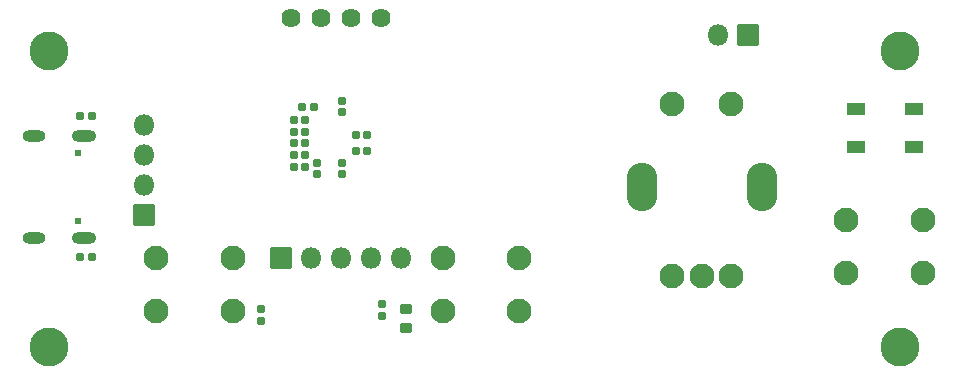
<source format=gts>
G04 #@! TF.GenerationSoftware,KiCad,Pcbnew,7.0.1-0*
G04 #@! TF.CreationDate,2023-04-02T15:36:46-05:00*
G04 #@! TF.ProjectId,V0_Display,56305f44-6973-4706-9c61-792e6b696361,rev?*
G04 #@! TF.SameCoordinates,Original*
G04 #@! TF.FileFunction,Soldermask,Top*
G04 #@! TF.FilePolarity,Negative*
%FSLAX46Y46*%
G04 Gerber Fmt 4.6, Leading zero omitted, Abs format (unit mm)*
G04 Created by KiCad (PCBNEW 7.0.1-0) date 2023-04-02 15:36:46*
%MOMM*%
%LPD*%
G01*
G04 APERTURE LIST*
G04 Aperture macros list*
%AMRoundRect*
0 Rectangle with rounded corners*
0 $1 Rounding radius*
0 $2 $3 $4 $5 $6 $7 $8 $9 X,Y pos of 4 corners*
0 Add a 4 corners polygon primitive as box body*
4,1,4,$2,$3,$4,$5,$6,$7,$8,$9,$2,$3,0*
0 Add four circle primitives for the rounded corners*
1,1,$1+$1,$2,$3*
1,1,$1+$1,$4,$5*
1,1,$1+$1,$6,$7*
1,1,$1+$1,$8,$9*
0 Add four rect primitives between the rounded corners*
20,1,$1+$1,$2,$3,$4,$5,0*
20,1,$1+$1,$4,$5,$6,$7,0*
20,1,$1+$1,$6,$7,$8,$9,0*
20,1,$1+$1,$8,$9,$2,$3,0*%
G04 Aperture macros list end*
%ADD10RoundRect,0.250000X0.275000X-0.200000X0.275000X0.200000X-0.275000X0.200000X-0.275000X-0.200000X0*%
%ADD11C,3.300000*%
%ADD12RoundRect,0.050000X-0.750000X-0.500000X0.750000X-0.500000X0.750000X0.500000X-0.750000X0.500000X0*%
%ADD13C,2.100000*%
%ADD14O,2.600000X4.100000*%
%ADD15C,1.624000*%
%ADD16RoundRect,0.190000X-0.140000X-0.170000X0.140000X-0.170000X0.140000X0.170000X-0.140000X0.170000X0*%
%ADD17RoundRect,0.185000X-0.135000X-0.185000X0.135000X-0.185000X0.135000X0.185000X-0.135000X0.185000X0*%
%ADD18RoundRect,0.190000X0.140000X0.170000X-0.140000X0.170000X-0.140000X-0.170000X0.140000X-0.170000X0*%
%ADD19RoundRect,0.185000X0.135000X0.185000X-0.135000X0.185000X-0.135000X-0.185000X0.135000X-0.185000X0*%
%ADD20RoundRect,0.190000X-0.170000X0.140000X-0.170000X-0.140000X0.170000X-0.140000X0.170000X0.140000X0*%
%ADD21RoundRect,0.190000X0.170000X-0.140000X0.170000X0.140000X-0.170000X0.140000X-0.170000X-0.140000X0*%
%ADD22RoundRect,0.050000X-0.850000X0.850000X-0.850000X-0.850000X0.850000X-0.850000X0.850000X0.850000X0*%
%ADD23O,1.800000X1.800000*%
%ADD24RoundRect,0.050000X0.850000X-0.850000X0.850000X0.850000X-0.850000X0.850000X-0.850000X-0.850000X0*%
%ADD25RoundRect,0.050000X-0.850000X-0.850000X0.850000X-0.850000X0.850000X0.850000X-0.850000X0.850000X0*%
%ADD26C,0.620000*%
%ADD27O,2.070000X1.020000*%
%ADD28O,1.970000X0.970000*%
G04 APERTURE END LIST*
D10*
X119360000Y-79085000D03*
X119360000Y-77435000D03*
D11*
X161170000Y-80650000D03*
X161170000Y-55650000D03*
D12*
X157470000Y-60550000D03*
X157470000Y-63750000D03*
X162370000Y-63750000D03*
X162370000Y-60550000D03*
D13*
X156670000Y-69900000D03*
X163170000Y-69900000D03*
X156670000Y-74400000D03*
X163170000Y-74400000D03*
X141920000Y-74650000D03*
X146920000Y-74650000D03*
X144420000Y-74650000D03*
D14*
X139340000Y-67150000D03*
X149500000Y-67150000D03*
D13*
X141920000Y-60150000D03*
X146920000Y-60150000D03*
D11*
X89170000Y-80650000D03*
X89170000Y-55650000D03*
D15*
X109660000Y-52850000D03*
X112200000Y-52850000D03*
X114740000Y-52850000D03*
X117280000Y-52850000D03*
D16*
X109890000Y-62450000D03*
X110850000Y-62450000D03*
D17*
X91810000Y-73050000D03*
X92830000Y-73050000D03*
D18*
X116100000Y-62750000D03*
X115140000Y-62750000D03*
D16*
X109890000Y-63450000D03*
X110850000Y-63450000D03*
D19*
X92830000Y-61150000D03*
X91810000Y-61150000D03*
D20*
X107080000Y-77510000D03*
X107080000Y-78470000D03*
D21*
X114000000Y-66080000D03*
X114000000Y-65120000D03*
D16*
X109890000Y-61450000D03*
X110850000Y-61450000D03*
D20*
X117320000Y-77070000D03*
X117320000Y-78030000D03*
D16*
X109890000Y-64450000D03*
X110850000Y-64450000D03*
X109890000Y-65450000D03*
X110850000Y-65450000D03*
X110610000Y-60400000D03*
X111570000Y-60400000D03*
D20*
X114000000Y-59870000D03*
X114000000Y-60830000D03*
D18*
X116080000Y-64050000D03*
X115120000Y-64050000D03*
D21*
X111880000Y-66080000D03*
X111880000Y-65120000D03*
D22*
X108795000Y-73120000D03*
D23*
X111335000Y-73120000D03*
X113875000Y-73120000D03*
X116415000Y-73120000D03*
X118955000Y-73120000D03*
D13*
X128975000Y-73145000D03*
X122475000Y-73145000D03*
X128975000Y-77645000D03*
X122475000Y-77645000D03*
D24*
X148300000Y-54260000D03*
D23*
X145760000Y-54260000D03*
D25*
X97220000Y-69550000D03*
D23*
X97220000Y-67010000D03*
X97220000Y-64470000D03*
X97220000Y-61930000D03*
D13*
X104720000Y-73145000D03*
X98220000Y-73145000D03*
X104720000Y-77645000D03*
X98220000Y-77645000D03*
D26*
X91600000Y-70020000D03*
X91600000Y-64240000D03*
D27*
X92100000Y-71450000D03*
D28*
X87920000Y-71450000D03*
X87920000Y-62810000D03*
D27*
X92100000Y-62810000D03*
M02*

</source>
